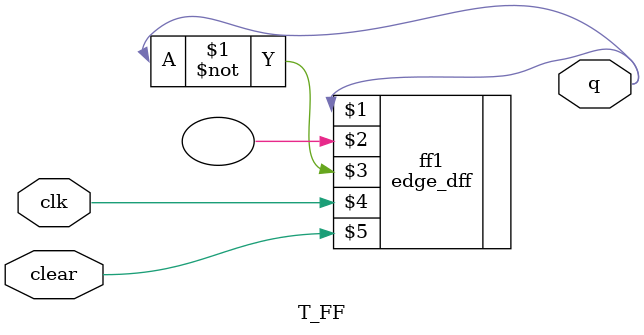
<source format=v>
`timescale 1ns / 1ps

// ±ßÑØ´¥·¢µÄT´¥·¢Æ÷, Ã¿¸öÊ±ÖÓÖÜÆÚ·­×ªÒ»´Î
module T_FF(output q, input clk, clear);

// µ÷ÓÃ(ÊµÀýÒýÓÃ)±ßÑØ´¥·¢µÄD´¥·¢Æ÷
// Êä³öqÈ¡·´ºó·´À¡µ½ÊäÈë
// ×¢ÒâD´¥·¢Æ÷µÄqbar¶Ë¿Ú²»ÐèÒª, ÈÃËüÐü¿Õ
edge_dff ff1(q, , ~q, clk, clear);

endmodule

</source>
